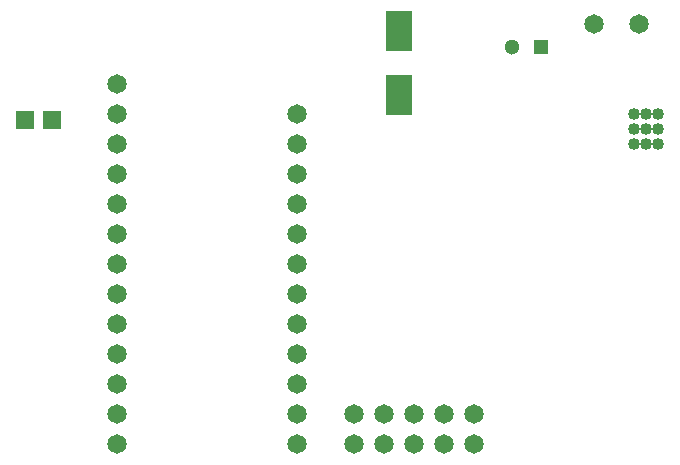
<source format=gbs>
G04 #@! TF.FileFunction,Soldermask,Bot*
%FSLAX46Y46*%
G04 Gerber Fmt 4.6, Leading zero omitted, Abs format (unit mm)*
G04 Created by KiCad (PCBNEW 0.201507012246+5852~23~ubuntu14.04.1-product) date Sat 04 Jul 2015 06:56:47 PM CDT*
%MOMM*%
G01*
G04 APERTURE LIST*
%ADD10C,0.100000*%
%ADD11R,1.498600X1.498600*%
%ADD12C,1.651000*%
%ADD13C,1.016000*%
%ADD14R,2.301240X3.500120*%
%ADD15C,1.300000*%
%ADD16R,1.300000X1.300000*%
G04 APERTURE END LIST*
D10*
D11*
X83939380Y-119888000D03*
X86240620Y-119888000D03*
D12*
X111760000Y-147320000D03*
X111760000Y-144780000D03*
X114300000Y-147320000D03*
X116840000Y-147320000D03*
X114300000Y-144780000D03*
X116840000Y-144780000D03*
X119380000Y-147320000D03*
X119380000Y-144780000D03*
X121920000Y-147320000D03*
X121920000Y-144780000D03*
D13*
X136525000Y-120650000D03*
X136525000Y-119380000D03*
X136525000Y-121920000D03*
X137541000Y-119380000D03*
X137541000Y-120650000D03*
X137541000Y-121920000D03*
X135509000Y-121920000D03*
X135509000Y-120650000D03*
X135509000Y-119380000D03*
D12*
X132080000Y-111760000D03*
X135890000Y-111760000D03*
X91694000Y-116840000D03*
X91694000Y-119380000D03*
X91694000Y-121920000D03*
X91694000Y-124460000D03*
X91694000Y-127000000D03*
X91694000Y-129540000D03*
X91694000Y-132080000D03*
X91694000Y-134620000D03*
X91694000Y-137160000D03*
X91694000Y-139700000D03*
X91694000Y-142240000D03*
X91694000Y-144780000D03*
X91694000Y-147320000D03*
X106934000Y-147320000D03*
X106934000Y-144780000D03*
X106934000Y-142240000D03*
X106934000Y-139700000D03*
X106934000Y-137160000D03*
X106934000Y-134620000D03*
X106934000Y-132080000D03*
X106934000Y-129540000D03*
X106934000Y-127000000D03*
X106934000Y-124460000D03*
X106934000Y-121920000D03*
X106934000Y-119380000D03*
D14*
X115570000Y-117762020D03*
X115570000Y-112361980D03*
D15*
X125135000Y-113665000D03*
D16*
X127635000Y-113665000D03*
M02*

</source>
